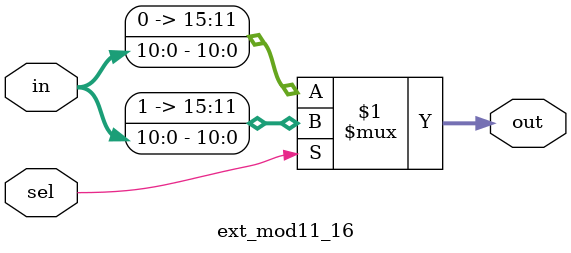
<source format=v>
module ext_mod11_16(out, sel, in);
    input [10:0] in;
    input sel;
    output [15:0] out;
    
    assign out = sel ? {{5{1'b1}}, {in}} : {{5{1'b0}}, {in}};

endmodule 

</source>
